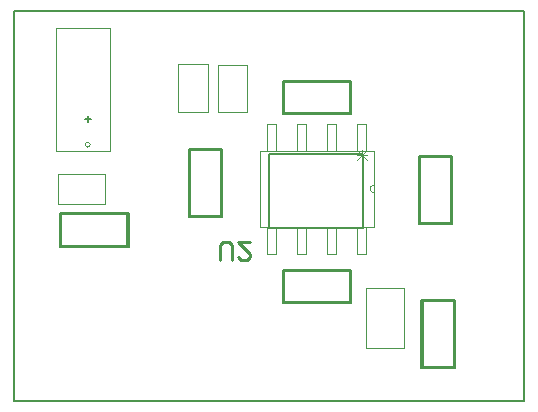
<source format=gbo>
G04*
G04 #@! TF.GenerationSoftware,Altium Limited,Altium Designer,21.0.8 (223)*
G04*
G04 Layer_Color=32896*
%FSLAX25Y25*%
%MOIN*%
G70*
G04*
G04 #@! TF.SameCoordinates,E7718C12-BC85-45C8-BBF6-CE0E0CA18016*
G04*
G04*
G04 #@! TF.FilePolarity,Positive*
G04*
G01*
G75*
%ADD10C,0.00600*%
%ADD12C,0.00787*%
%ADD13C,0.01000*%
%ADD14C,0.00300*%
%ADD15C,0.00000*%
%ADD16C,0.00100*%
D10*
X215050Y222500D02*
X246350D01*
Y197700D02*
Y222500D01*
X215050Y197700D02*
X246350D01*
X215050D02*
Y222500D01*
X153600Y233900D02*
X155600D01*
X154600Y232900D02*
Y234900D01*
D12*
X130000Y140000D02*
Y270000D01*
Y140000D02*
X300000D01*
Y270000D01*
X130000D02*
X300000D01*
X167784Y191803D02*
Y202197D01*
X145816D02*
X167784D01*
X145816Y191803D02*
Y202197D01*
Y191803D02*
X167784D01*
X275697Y199416D02*
Y221384D01*
X265303Y199416D02*
X275697D01*
X265303D02*
Y221384D01*
X275697D01*
X188703Y223584D02*
X199097D01*
X188703Y201616D02*
Y223584D01*
Y201616D02*
X199097D01*
Y223584D01*
X219916Y172903D02*
Y183297D01*
Y172903D02*
X241884D01*
Y183297D01*
X219916D02*
X241884D01*
X266203Y173284D02*
X276597D01*
X266203Y151316D02*
Y173284D01*
Y151316D02*
X276597D01*
Y173284D01*
X219916Y246397D02*
X241884D01*
Y236003D02*
Y246397D01*
X219916Y236003D02*
X241884D01*
X219916D02*
Y246397D01*
X168178Y191409D02*
Y202591D01*
X145422D02*
X168178D01*
X145422Y191409D02*
Y202591D01*
Y191409D02*
X168178D01*
X276091Y199022D02*
Y221778D01*
X264910Y199022D02*
X276091D01*
X264910D02*
Y221778D01*
X276091D01*
X188309Y223978D02*
X199491D01*
X188309Y201222D02*
Y223978D01*
Y201222D02*
X199491D01*
Y223978D01*
X219522Y172509D02*
Y183691D01*
Y172509D02*
X242278D01*
Y183691D01*
X219522D02*
X242278D01*
X265809Y173678D02*
X276991D01*
X265809Y150922D02*
Y173678D01*
Y150922D02*
X276991D01*
Y173678D01*
X219522Y246791D02*
X242278D01*
Y235610D02*
Y246791D01*
X219522Y235610D02*
X242278D01*
X219522D02*
Y246791D01*
D13*
X198742Y186962D02*
Y191960D01*
X199741Y192960D01*
X201741D01*
X202741Y191960D01*
Y186962D01*
X208738Y192960D02*
X204740D01*
X208738Y188961D01*
Y187961D01*
X207739Y186962D01*
X205739D01*
X204740Y187961D01*
D14*
X247565Y223550D02*
X244233Y220218D01*
Y223550D02*
X247565Y220218D01*
X245899Y223550D02*
Y220218D01*
X244233Y221884D02*
X247565D01*
D15*
X155400Y225400D02*
G03*
X155400Y225400I-800J0D01*
G01*
X249900Y211900D02*
G03*
X249900Y209500I0J-1200D01*
G01*
D16*
X143850Y223400D02*
X161950D01*
X143850D02*
Y264400D01*
X161950D01*
Y223400D02*
Y264400D01*
X184800Y236492D02*
X194600D01*
X184800Y252192D02*
X194600D01*
Y236492D02*
Y252192D01*
X184800Y236492D02*
Y252192D01*
X198000Y236392D02*
X207800D01*
X198000Y252093D02*
X207800D01*
Y236392D02*
Y252093D01*
X198000Y236392D02*
Y252093D01*
X144607Y205800D02*
Y215600D01*
X160308Y205800D02*
Y215600D01*
X144607Y205800D02*
X160308D01*
X144607Y215600D02*
X160308D01*
X211900Y223300D02*
X249900D01*
Y198100D02*
Y223300D01*
X211900Y198100D02*
X249900D01*
X211900D02*
Y223300D01*
X247500Y189100D02*
Y198100D01*
X244300Y189100D02*
X247500D01*
X244300D02*
Y198100D01*
X247500D01*
X237500Y189100D02*
Y198100D01*
X234300Y189100D02*
X237500D01*
X234300D02*
Y198100D01*
X237500D01*
X227500Y189100D02*
Y198100D01*
X224300Y189100D02*
X227500D01*
X224300D02*
Y198100D01*
X227500D01*
X217500Y189100D02*
Y198100D01*
X214300Y189100D02*
X217500D01*
X214300D02*
Y198100D01*
X217500D01*
X214300Y223300D02*
Y232300D01*
X217500D01*
Y223300D02*
Y232300D01*
X214300Y223300D02*
X217500D01*
X224300D02*
Y232300D01*
X227500D01*
Y223300D02*
Y232300D01*
X224300Y223300D02*
X227500D01*
X234300D02*
Y232300D01*
X237500D01*
Y223300D02*
Y232300D01*
X234300Y223300D02*
X237500D01*
X244300D02*
Y232300D01*
X247500D01*
Y223300D02*
Y232300D01*
X244300Y223300D02*
X247500D01*
X247450Y157600D02*
X259950D01*
X247450D02*
Y177600D01*
X259950D01*
Y157600D02*
Y177600D01*
M02*

</source>
